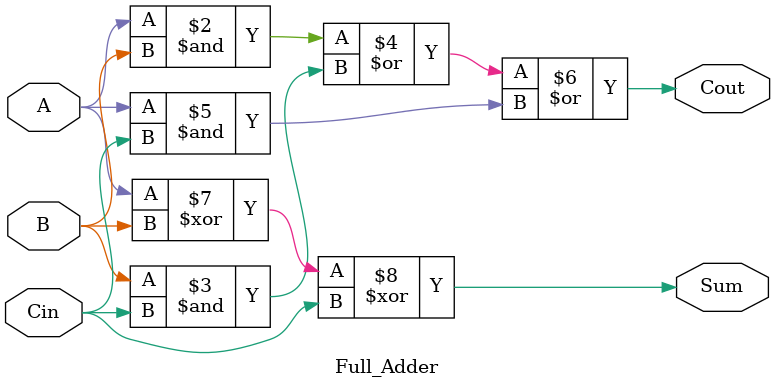
<source format=v>
`timescale 1ns / 1ps


module Full_Adder(
    input A,
    input B,
    input Cin,
    output reg Cout,
    output reg Sum
    );
    
    // Full adder using Behavioral level of abstraction
    always @ (*)
    begin
        Cout = (A & B) | (B & Cin) | (A & Cin);     // Continuous assignment, Cout is continuously updated based on the values of A, B, and Cin.
        Sum = A ^ B ^ Cin;                          // Continuous assignment, Sum is continuously updated based on the values of A, B, and Cin.
    end
    
endmodule

</source>
